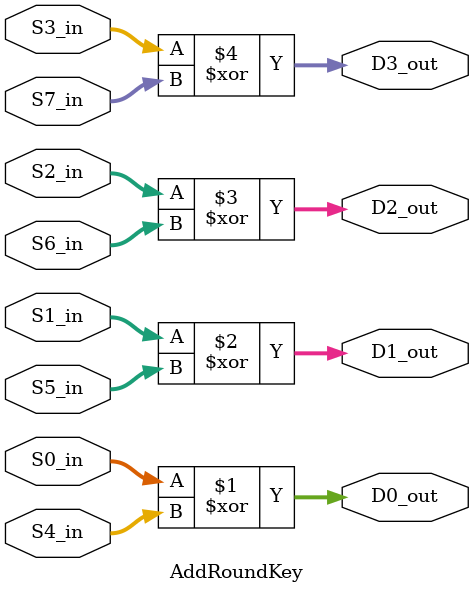
<source format=v>
module AddRoundKey(
	input wire [31:0] S0_in, //State
	input wire [31:0] S1_in, //State
	input wire [31:0] S2_in, //State
	input wire [31:0] S3_in, //State
	input wire [31:0] S4_in, // Roundkey
	input wire [31:0] S5_in, // Roundkey
	input wire [31:0] S6_in, // Roundkey
	input wire [31:0] S7_in, // Roundkey
	output wire [31:0] D0_out,
	output wire [31:0] D1_out,
	output wire [31:0] D2_out,
	output wire [31:0] D3_out	
	);
	
	assign D0_out = S0_in ^ S4_in; 
	assign D1_out = S1_in ^ S5_in; 
	assign D2_out = S2_in ^ S6_in;
	assign D3_out = S3_in ^ S7_in; 
	
endmodule

</source>
